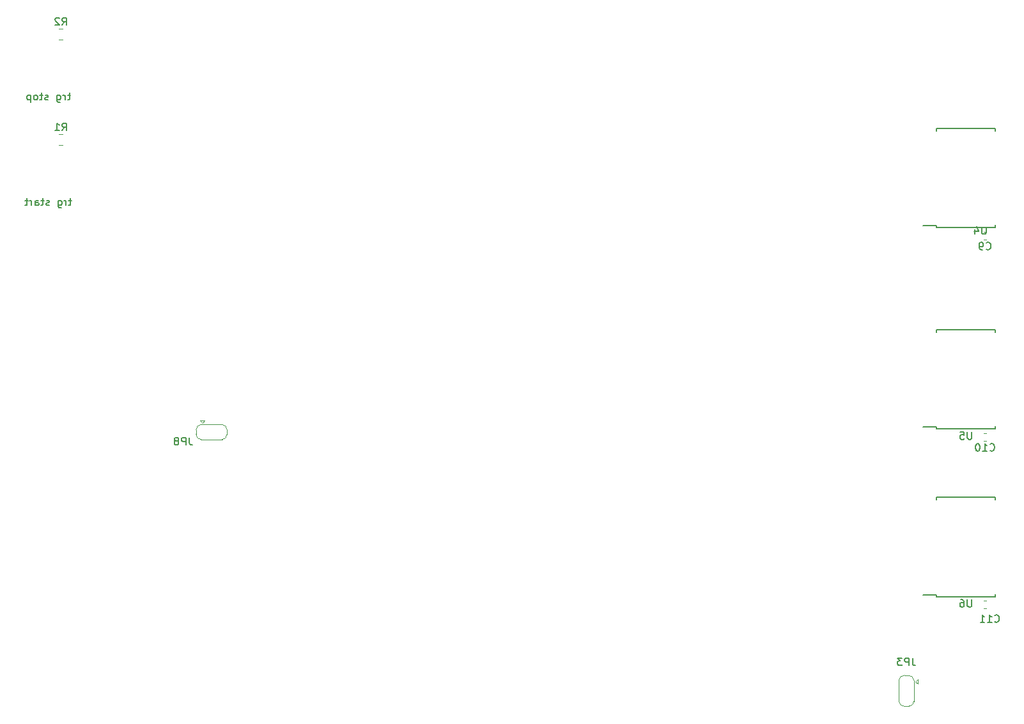
<source format=gbo>
G04 #@! TF.GenerationSoftware,KiCad,Pcbnew,(5.1.5)-3*
G04 #@! TF.CreationDate,2020-02-25T10:17:19+01:00*
G04 #@! TF.ProjectId,FPGA_buffer_board,46504741-5f62-4756-9666-65725f626f61,1.1*
G04 #@! TF.SameCoordinates,Original*
G04 #@! TF.FileFunction,Legend,Bot*
G04 #@! TF.FilePolarity,Positive*
%FSLAX46Y46*%
G04 Gerber Fmt 4.6, Leading zero omitted, Abs format (unit mm)*
G04 Created by KiCad (PCBNEW (5.1.5)-3) date 2020-02-25 10:17:19*
%MOMM*%
%LPD*%
G04 APERTURE LIST*
%ADD10C,0.200000*%
%ADD11C,0.120000*%
%ADD12C,0.150000*%
G04 APERTURE END LIST*
D10*
X100718571Y-64555714D02*
X100337619Y-64555714D01*
X100575714Y-64222380D02*
X100575714Y-65079523D01*
X100528095Y-65174761D01*
X100432857Y-65222380D01*
X100337619Y-65222380D01*
X100004285Y-65222380D02*
X100004285Y-64555714D01*
X100004285Y-64746190D02*
X99956666Y-64650952D01*
X99909047Y-64603333D01*
X99813809Y-64555714D01*
X99718571Y-64555714D01*
X98956666Y-64555714D02*
X98956666Y-65365238D01*
X99004285Y-65460476D01*
X99051904Y-65508095D01*
X99147142Y-65555714D01*
X99290000Y-65555714D01*
X99385238Y-65508095D01*
X98956666Y-65174761D02*
X99051904Y-65222380D01*
X99242380Y-65222380D01*
X99337619Y-65174761D01*
X99385238Y-65127142D01*
X99432857Y-65031904D01*
X99432857Y-64746190D01*
X99385238Y-64650952D01*
X99337619Y-64603333D01*
X99242380Y-64555714D01*
X99051904Y-64555714D01*
X98956666Y-64603333D01*
X97766190Y-65174761D02*
X97670952Y-65222380D01*
X97480476Y-65222380D01*
X97385238Y-65174761D01*
X97337619Y-65079523D01*
X97337619Y-65031904D01*
X97385238Y-64936666D01*
X97480476Y-64889047D01*
X97623333Y-64889047D01*
X97718571Y-64841428D01*
X97766190Y-64746190D01*
X97766190Y-64698571D01*
X97718571Y-64603333D01*
X97623333Y-64555714D01*
X97480476Y-64555714D01*
X97385238Y-64603333D01*
X97051904Y-64555714D02*
X96670952Y-64555714D01*
X96909047Y-64222380D02*
X96909047Y-65079523D01*
X96861428Y-65174761D01*
X96766190Y-65222380D01*
X96670952Y-65222380D01*
X96194761Y-65222380D02*
X96290000Y-65174761D01*
X96337619Y-65127142D01*
X96385238Y-65031904D01*
X96385238Y-64746190D01*
X96337619Y-64650952D01*
X96290000Y-64603333D01*
X96194761Y-64555714D01*
X96051904Y-64555714D01*
X95956666Y-64603333D01*
X95909047Y-64650952D01*
X95861428Y-64746190D01*
X95861428Y-65031904D01*
X95909047Y-65127142D01*
X95956666Y-65174761D01*
X96051904Y-65222380D01*
X96194761Y-65222380D01*
X95432857Y-64555714D02*
X95432857Y-65555714D01*
X95432857Y-64603333D02*
X95337619Y-64555714D01*
X95147142Y-64555714D01*
X95051904Y-64603333D01*
X95004285Y-64650952D01*
X94956666Y-64746190D01*
X94956666Y-65031904D01*
X95004285Y-65127142D01*
X95051904Y-65174761D01*
X95147142Y-65222380D01*
X95337619Y-65222380D01*
X95432857Y-65174761D01*
X100861428Y-78525714D02*
X100480476Y-78525714D01*
X100718571Y-78192380D02*
X100718571Y-79049523D01*
X100670952Y-79144761D01*
X100575714Y-79192380D01*
X100480476Y-79192380D01*
X100147142Y-79192380D02*
X100147142Y-78525714D01*
X100147142Y-78716190D02*
X100099523Y-78620952D01*
X100051904Y-78573333D01*
X99956666Y-78525714D01*
X99861428Y-78525714D01*
X99099523Y-78525714D02*
X99099523Y-79335238D01*
X99147142Y-79430476D01*
X99194761Y-79478095D01*
X99290000Y-79525714D01*
X99432857Y-79525714D01*
X99528095Y-79478095D01*
X99099523Y-79144761D02*
X99194761Y-79192380D01*
X99385238Y-79192380D01*
X99480476Y-79144761D01*
X99528095Y-79097142D01*
X99575714Y-79001904D01*
X99575714Y-78716190D01*
X99528095Y-78620952D01*
X99480476Y-78573333D01*
X99385238Y-78525714D01*
X99194761Y-78525714D01*
X99099523Y-78573333D01*
X97909047Y-79144761D02*
X97813809Y-79192380D01*
X97623333Y-79192380D01*
X97528095Y-79144761D01*
X97480476Y-79049523D01*
X97480476Y-79001904D01*
X97528095Y-78906666D01*
X97623333Y-78859047D01*
X97766190Y-78859047D01*
X97861428Y-78811428D01*
X97909047Y-78716190D01*
X97909047Y-78668571D01*
X97861428Y-78573333D01*
X97766190Y-78525714D01*
X97623333Y-78525714D01*
X97528095Y-78573333D01*
X97194761Y-78525714D02*
X96813809Y-78525714D01*
X97051904Y-78192380D02*
X97051904Y-79049523D01*
X97004285Y-79144761D01*
X96909047Y-79192380D01*
X96813809Y-79192380D01*
X96051904Y-79192380D02*
X96051904Y-78668571D01*
X96099523Y-78573333D01*
X96194761Y-78525714D01*
X96385238Y-78525714D01*
X96480476Y-78573333D01*
X96051904Y-79144761D02*
X96147142Y-79192380D01*
X96385238Y-79192380D01*
X96480476Y-79144761D01*
X96528095Y-79049523D01*
X96528095Y-78954285D01*
X96480476Y-78859047D01*
X96385238Y-78811428D01*
X96147142Y-78811428D01*
X96051904Y-78763809D01*
X95575714Y-79192380D02*
X95575714Y-78525714D01*
X95575714Y-78716190D02*
X95528095Y-78620952D01*
X95480476Y-78573333D01*
X95385238Y-78525714D01*
X95290000Y-78525714D01*
X95099523Y-78525714D02*
X94718571Y-78525714D01*
X94956666Y-78192380D02*
X94956666Y-79049523D01*
X94909047Y-79144761D01*
X94813809Y-79192380D01*
X94718571Y-79192380D01*
D11*
X221683733Y-82675000D02*
X222026267Y-82675000D01*
X221683733Y-83695000D02*
X222026267Y-83695000D01*
X211155000Y-141460000D02*
G75*
G03X210455000Y-142160000I0J-700000D01*
G01*
X212455000Y-142160000D02*
G75*
G03X211755000Y-141460000I-700000J0D01*
G01*
X211755000Y-145560000D02*
G75*
G03X212455000Y-144860000I0J700000D01*
G01*
X210455000Y-144860000D02*
G75*
G03X211155000Y-145560000I700000J0D01*
G01*
X210455000Y-142110000D02*
X210455000Y-144910000D01*
X211155000Y-145560000D02*
X211755000Y-145560000D01*
X212455000Y-144910000D02*
X212455000Y-142110000D01*
X211755000Y-141460000D02*
X211155000Y-141460000D01*
X212655000Y-142310000D02*
X212955000Y-142010000D01*
X212955000Y-142010000D02*
X212955000Y-142610000D01*
X212655000Y-142310000D02*
X212955000Y-142610000D01*
X99711252Y-71195000D02*
X99188748Y-71195000D01*
X99711252Y-69775000D02*
X99188748Y-69775000D01*
X221683733Y-132590000D02*
X222026267Y-132590000D01*
X221683733Y-131570000D02*
X222026267Y-131570000D01*
X221683733Y-110365000D02*
X222026267Y-110365000D01*
X221683733Y-109345000D02*
X222026267Y-109345000D01*
X118210000Y-108020000D02*
X118510000Y-107720000D01*
X117910000Y-107720000D02*
X118510000Y-107720000D01*
X118210000Y-108020000D02*
X117910000Y-107720000D01*
X117360000Y-108920000D02*
X117360000Y-109520000D01*
X120810000Y-108220000D02*
X118010000Y-108220000D01*
X121460000Y-109520000D02*
X121460000Y-108920000D01*
X118010000Y-110220000D02*
X120810000Y-110220000D01*
X120760000Y-110220000D02*
G75*
G03X121460000Y-109520000I0J700000D01*
G01*
X121460000Y-108920000D02*
G75*
G03X120760000Y-108220000I-700000J0D01*
G01*
X118060000Y-108220000D02*
G75*
G03X117360000Y-108920000I0J-700000D01*
G01*
X117360000Y-109520000D02*
G75*
G03X118060000Y-110220000I700000J0D01*
G01*
D12*
X215455000Y-81890000D02*
X213655000Y-81890000D01*
X215455000Y-68990000D02*
X223205000Y-68990000D01*
X215455000Y-82140000D02*
X223205000Y-82140000D01*
X215455000Y-68990000D02*
X215455000Y-69325000D01*
X223205000Y-68990000D02*
X223205000Y-69325000D01*
X223205000Y-82140000D02*
X223205000Y-81805000D01*
X215455000Y-82140000D02*
X215455000Y-81890000D01*
X215455000Y-108810000D02*
X215455000Y-108560000D01*
X223205000Y-108810000D02*
X223205000Y-108475000D01*
X223205000Y-95660000D02*
X223205000Y-95995000D01*
X215455000Y-95660000D02*
X215455000Y-95995000D01*
X215455000Y-108810000D02*
X223205000Y-108810000D01*
X215455000Y-95660000D02*
X223205000Y-95660000D01*
X215455000Y-108560000D02*
X213655000Y-108560000D01*
X215455000Y-131035000D02*
X215455000Y-130785000D01*
X223205000Y-131035000D02*
X223205000Y-130700000D01*
X223205000Y-117885000D02*
X223205000Y-118220000D01*
X215455000Y-117885000D02*
X215455000Y-118220000D01*
X215455000Y-131035000D02*
X223205000Y-131035000D01*
X215455000Y-117885000D02*
X223205000Y-117885000D01*
X215455000Y-130785000D02*
X213655000Y-130785000D01*
D11*
X99711252Y-55805000D02*
X99188748Y-55805000D01*
X99711252Y-57225000D02*
X99188748Y-57225000D01*
D12*
X222021666Y-84972142D02*
X222069285Y-85019761D01*
X222212142Y-85067380D01*
X222307380Y-85067380D01*
X222450238Y-85019761D01*
X222545476Y-84924523D01*
X222593095Y-84829285D01*
X222640714Y-84638809D01*
X222640714Y-84495952D01*
X222593095Y-84305476D01*
X222545476Y-84210238D01*
X222450238Y-84115000D01*
X222307380Y-84067380D01*
X222212142Y-84067380D01*
X222069285Y-84115000D01*
X222021666Y-84162619D01*
X221545476Y-85067380D02*
X221355000Y-85067380D01*
X221259761Y-85019761D01*
X221212142Y-84972142D01*
X221116904Y-84829285D01*
X221069285Y-84638809D01*
X221069285Y-84257857D01*
X221116904Y-84162619D01*
X221164523Y-84115000D01*
X221259761Y-84067380D01*
X221450238Y-84067380D01*
X221545476Y-84115000D01*
X221593095Y-84162619D01*
X221640714Y-84257857D01*
X221640714Y-84495952D01*
X221593095Y-84591190D01*
X221545476Y-84638809D01*
X221450238Y-84686428D01*
X221259761Y-84686428D01*
X221164523Y-84638809D01*
X221116904Y-84591190D01*
X221069285Y-84495952D01*
X212258333Y-139152380D02*
X212258333Y-139866666D01*
X212305952Y-140009523D01*
X212401190Y-140104761D01*
X212544047Y-140152380D01*
X212639285Y-140152380D01*
X211782142Y-140152380D02*
X211782142Y-139152380D01*
X211401190Y-139152380D01*
X211305952Y-139200000D01*
X211258333Y-139247619D01*
X211210714Y-139342857D01*
X211210714Y-139485714D01*
X211258333Y-139580952D01*
X211305952Y-139628571D01*
X211401190Y-139676190D01*
X211782142Y-139676190D01*
X210877380Y-139152380D02*
X210258333Y-139152380D01*
X210591666Y-139533333D01*
X210448809Y-139533333D01*
X210353571Y-139580952D01*
X210305952Y-139628571D01*
X210258333Y-139723809D01*
X210258333Y-139961904D01*
X210305952Y-140057142D01*
X210353571Y-140104761D01*
X210448809Y-140152380D01*
X210734523Y-140152380D01*
X210829761Y-140104761D01*
X210877380Y-140057142D01*
X99616666Y-69287380D02*
X99950000Y-68811190D01*
X100188095Y-69287380D02*
X100188095Y-68287380D01*
X99807142Y-68287380D01*
X99711904Y-68335000D01*
X99664285Y-68382619D01*
X99616666Y-68477857D01*
X99616666Y-68620714D01*
X99664285Y-68715952D01*
X99711904Y-68763571D01*
X99807142Y-68811190D01*
X100188095Y-68811190D01*
X98664285Y-69287380D02*
X99235714Y-69287380D01*
X98950000Y-69287380D02*
X98950000Y-68287380D01*
X99045238Y-68430238D01*
X99140476Y-68525476D01*
X99235714Y-68573095D01*
X223132857Y-134342142D02*
X223180476Y-134389761D01*
X223323333Y-134437380D01*
X223418571Y-134437380D01*
X223561428Y-134389761D01*
X223656666Y-134294523D01*
X223704285Y-134199285D01*
X223751904Y-134008809D01*
X223751904Y-133865952D01*
X223704285Y-133675476D01*
X223656666Y-133580238D01*
X223561428Y-133485000D01*
X223418571Y-133437380D01*
X223323333Y-133437380D01*
X223180476Y-133485000D01*
X223132857Y-133532619D01*
X222180476Y-134437380D02*
X222751904Y-134437380D01*
X222466190Y-134437380D02*
X222466190Y-133437380D01*
X222561428Y-133580238D01*
X222656666Y-133675476D01*
X222751904Y-133723095D01*
X221228095Y-134437380D02*
X221799523Y-134437380D01*
X221513809Y-134437380D02*
X221513809Y-133437380D01*
X221609047Y-133580238D01*
X221704285Y-133675476D01*
X221799523Y-133723095D01*
X222497857Y-111642142D02*
X222545476Y-111689761D01*
X222688333Y-111737380D01*
X222783571Y-111737380D01*
X222926428Y-111689761D01*
X223021666Y-111594523D01*
X223069285Y-111499285D01*
X223116904Y-111308809D01*
X223116904Y-111165952D01*
X223069285Y-110975476D01*
X223021666Y-110880238D01*
X222926428Y-110785000D01*
X222783571Y-110737380D01*
X222688333Y-110737380D01*
X222545476Y-110785000D01*
X222497857Y-110832619D01*
X221545476Y-111737380D02*
X222116904Y-111737380D01*
X221831190Y-111737380D02*
X221831190Y-110737380D01*
X221926428Y-110880238D01*
X222021666Y-110975476D01*
X222116904Y-111023095D01*
X220926428Y-110737380D02*
X220831190Y-110737380D01*
X220735952Y-110785000D01*
X220688333Y-110832619D01*
X220640714Y-110927857D01*
X220593095Y-111118333D01*
X220593095Y-111356428D01*
X220640714Y-111546904D01*
X220688333Y-111642142D01*
X220735952Y-111689761D01*
X220831190Y-111737380D01*
X220926428Y-111737380D01*
X221021666Y-111689761D01*
X221069285Y-111642142D01*
X221116904Y-111546904D01*
X221164523Y-111356428D01*
X221164523Y-111118333D01*
X221116904Y-110927857D01*
X221069285Y-110832619D01*
X221021666Y-110785000D01*
X220926428Y-110737380D01*
X116463333Y-109942380D02*
X116463333Y-110656666D01*
X116510952Y-110799523D01*
X116606190Y-110894761D01*
X116749047Y-110942380D01*
X116844285Y-110942380D01*
X115987142Y-110942380D02*
X115987142Y-109942380D01*
X115606190Y-109942380D01*
X115510952Y-109990000D01*
X115463333Y-110037619D01*
X115415714Y-110132857D01*
X115415714Y-110275714D01*
X115463333Y-110370952D01*
X115510952Y-110418571D01*
X115606190Y-110466190D01*
X115987142Y-110466190D01*
X114844285Y-110370952D02*
X114939523Y-110323333D01*
X114987142Y-110275714D01*
X115034761Y-110180476D01*
X115034761Y-110132857D01*
X114987142Y-110037619D01*
X114939523Y-109990000D01*
X114844285Y-109942380D01*
X114653809Y-109942380D01*
X114558571Y-109990000D01*
X114510952Y-110037619D01*
X114463333Y-110132857D01*
X114463333Y-110180476D01*
X114510952Y-110275714D01*
X114558571Y-110323333D01*
X114653809Y-110370952D01*
X114844285Y-110370952D01*
X114939523Y-110418571D01*
X114987142Y-110466190D01*
X115034761Y-110561428D01*
X115034761Y-110751904D01*
X114987142Y-110847142D01*
X114939523Y-110894761D01*
X114844285Y-110942380D01*
X114653809Y-110942380D01*
X114558571Y-110894761D01*
X114510952Y-110847142D01*
X114463333Y-110751904D01*
X114463333Y-110561428D01*
X114510952Y-110466190D01*
X114558571Y-110418571D01*
X114653809Y-110370952D01*
X221996904Y-82002380D02*
X221996904Y-82811904D01*
X221949285Y-82907142D01*
X221901666Y-82954761D01*
X221806428Y-83002380D01*
X221615952Y-83002380D01*
X221520714Y-82954761D01*
X221473095Y-82907142D01*
X221425476Y-82811904D01*
X221425476Y-82002380D01*
X220520714Y-82335714D02*
X220520714Y-83002380D01*
X220758809Y-81954761D02*
X220996904Y-82669047D01*
X220377857Y-82669047D01*
X220091904Y-109187380D02*
X220091904Y-109996904D01*
X220044285Y-110092142D01*
X219996666Y-110139761D01*
X219901428Y-110187380D01*
X219710952Y-110187380D01*
X219615714Y-110139761D01*
X219568095Y-110092142D01*
X219520476Y-109996904D01*
X219520476Y-109187380D01*
X218568095Y-109187380D02*
X219044285Y-109187380D01*
X219091904Y-109663571D01*
X219044285Y-109615952D01*
X218949047Y-109568333D01*
X218710952Y-109568333D01*
X218615714Y-109615952D01*
X218568095Y-109663571D01*
X218520476Y-109758809D01*
X218520476Y-109996904D01*
X218568095Y-110092142D01*
X218615714Y-110139761D01*
X218710952Y-110187380D01*
X218949047Y-110187380D01*
X219044285Y-110139761D01*
X219091904Y-110092142D01*
X220091904Y-131412380D02*
X220091904Y-132221904D01*
X220044285Y-132317142D01*
X219996666Y-132364761D01*
X219901428Y-132412380D01*
X219710952Y-132412380D01*
X219615714Y-132364761D01*
X219568095Y-132317142D01*
X219520476Y-132221904D01*
X219520476Y-131412380D01*
X218615714Y-131412380D02*
X218806190Y-131412380D01*
X218901428Y-131460000D01*
X218949047Y-131507619D01*
X219044285Y-131650476D01*
X219091904Y-131840952D01*
X219091904Y-132221904D01*
X219044285Y-132317142D01*
X218996666Y-132364761D01*
X218901428Y-132412380D01*
X218710952Y-132412380D01*
X218615714Y-132364761D01*
X218568095Y-132317142D01*
X218520476Y-132221904D01*
X218520476Y-131983809D01*
X218568095Y-131888571D01*
X218615714Y-131840952D01*
X218710952Y-131793333D01*
X218901428Y-131793333D01*
X218996666Y-131840952D01*
X219044285Y-131888571D01*
X219091904Y-131983809D01*
X99616666Y-55317380D02*
X99950000Y-54841190D01*
X100188095Y-55317380D02*
X100188095Y-54317380D01*
X99807142Y-54317380D01*
X99711904Y-54365000D01*
X99664285Y-54412619D01*
X99616666Y-54507857D01*
X99616666Y-54650714D01*
X99664285Y-54745952D01*
X99711904Y-54793571D01*
X99807142Y-54841190D01*
X100188095Y-54841190D01*
X99235714Y-54412619D02*
X99188095Y-54365000D01*
X99092857Y-54317380D01*
X98854761Y-54317380D01*
X98759523Y-54365000D01*
X98711904Y-54412619D01*
X98664285Y-54507857D01*
X98664285Y-54603095D01*
X98711904Y-54745952D01*
X99283333Y-55317380D01*
X98664285Y-55317380D01*
M02*

</source>
